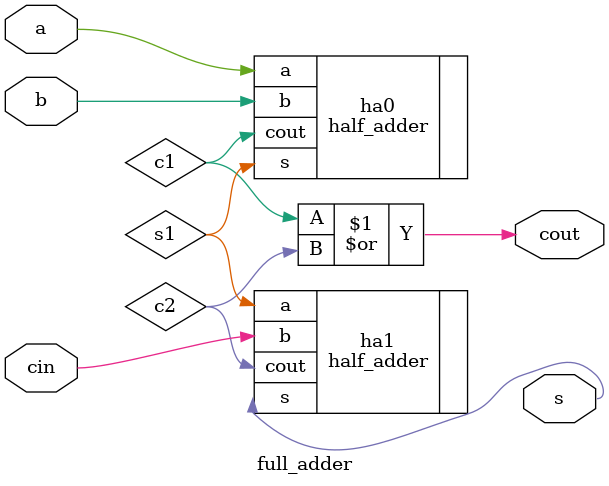
<source format=sv>
module full_adder (
	input  logic a, 
    input  logic b,
    input  logic cin,
	
	output logic  s,
	output logic  cout
);

logic c1, c2;
logic s1;

half_adder ha0
(
    .a(a),
    .b(b),
    .cout(c1),
    .s(s1)
);

half_adder ha1
(
    .a(s1),
    .b(cin),
    .cout(c2),
    .s(s)
);

assign cout = c1 | c2;

endmodule


</source>
